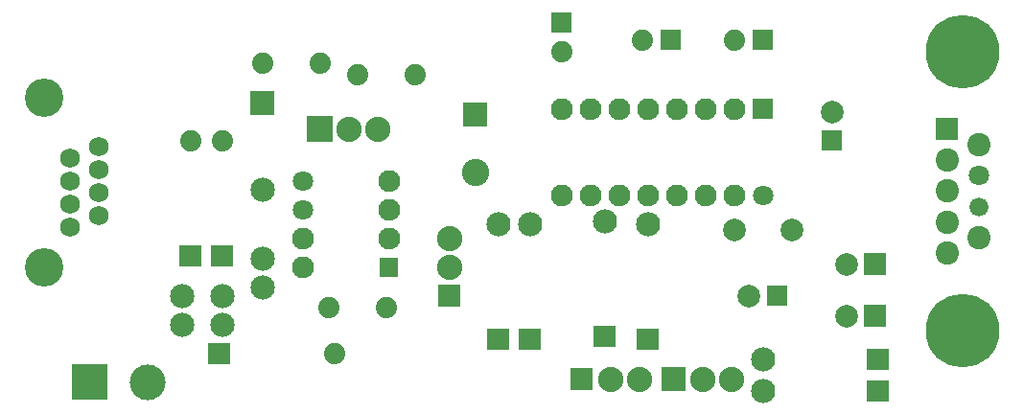
<source format=gbr>
G04 start of page 4 for group -4063 idx -4063
G04 Title: (unknown), componentmask *
G04 Creator: pcb 20080202 *
G04 CreationDate: Mi 16 Sep 2009 19:53:06 GMT UTC *
G04 For: stettberger *
G04 Format: Gerber/RS-274X *
G04 PCB-Dimensions: 382677 150394 *
G04 PCB-Coordinate-Origin: lower left *
%MOIN*%
%FSLAX24Y24*%
%LNFRONTMASK*%
%ADD12C,0.0200*%
%ADD39C,0.2560*%
%ADD40C,0.0810*%
%ADD41C,0.0710*%
%ADD42C,0.0660*%
%ADD43C,0.0740*%
%ADD44C,0.0760*%
%ADD45C,0.0790*%
%ADD46C,0.0880*%
%ADD47C,0.0840*%
%ADD48C,0.1241*%
%ADD49C,0.0847*%
%ADD50C,0.1339*%
%ADD51C,0.0947*%
%ADD52C,0.0690*%
G54D12*G36*
X31230Y1509D02*Y769D01*
X31970D01*
Y1509D01*
X31230D01*
G37*
G36*
X31105Y4134D02*Y3344D01*
X31895D01*
Y4134D01*
X31105D01*
G37*
G36*
Y5934D02*Y5144D01*
X31895D01*
Y5934D01*
X31105D01*
G37*
G36*
X31230Y2609D02*Y1869D01*
X31970D01*
Y2609D01*
X31230D01*
G37*
G54D39*X34560Y3219D03*
G54D12*G36*
X33620Y10619D02*Y9859D01*
X34380D01*
Y10619D01*
X33620D01*
G37*
G54D40*X34000Y9159D03*
X35120Y9699D03*
G54D41*Y8619D03*
G54D39*X34560Y12939D03*
G54D40*X34000Y8079D03*
Y6999D03*
Y5919D03*
G54D42*X35120Y7539D03*
G54D40*Y6459D03*
G54D12*G36*
X24055Y13684D02*Y12994D01*
X24745D01*
Y13684D01*
X24055D01*
G37*
G54D43*X23400Y13339D03*
G54D44*X23600Y10939D03*
X22600D03*
X21600D03*
X20600D03*
Y7939D03*
X21600D03*
X22600D03*
X23600D03*
G54D12*G36*
X20255Y14284D02*Y13594D01*
X20945D01*
Y14284D01*
X20255D01*
G37*
G54D43*X20600Y12939D03*
G54D45*X28600Y6739D03*
G54D12*G36*
X27245Y11294D02*Y10584D01*
X27955D01*
Y11294D01*
X27245D01*
G37*
G54D44*X26600Y10939D03*
X25600D03*
G54D12*G36*
X29655Y10184D02*Y9494D01*
X30345D01*
Y10184D01*
X29655D01*
G37*
G54D45*X30000Y10839D03*
G54D44*X24600Y10939D03*
Y7939D03*
X25600D03*
X26600D03*
G54D41*X27600D03*
G54D12*G36*
X27255Y13684D02*Y12994D01*
X27945D01*
Y13684D01*
X27255D01*
G37*
G54D43*X26600Y13339D03*
G54D12*G36*
X21730Y3409D02*Y2669D01*
X22470D01*
Y3409D01*
X21730D01*
G37*
G54D46*X22300Y1539D03*
X23300D03*
G54D12*G36*
X23230Y3309D02*Y2569D01*
X23970D01*
Y3309D01*
X23230D01*
G37*
G54D47*X22100Y7039D03*
G54D12*G36*
X20910Y1929D02*Y1149D01*
X21690D01*
Y1929D01*
X20910D01*
G37*
G36*
X24085Y1954D02*Y1124D01*
X24915D01*
Y1954D01*
X24085D01*
G37*
G54D46*X25500Y1539D03*
X26500D03*
G54D47*X23600Y6939D03*
G54D45*X26600Y6739D03*
G54D12*G36*
X27755Y4784D02*Y4094D01*
X28445D01*
Y4784D01*
X27755D01*
G37*
G54D45*X27100Y4439D03*
G54D47*X27600Y1139D03*
G54D45*X30500Y3739D03*
Y5539D03*
G54D47*X27600Y2239D03*
G54D12*G36*
X16310Y4829D02*Y4049D01*
X17090D01*
Y4829D01*
X16310D01*
G37*
G54D46*X16700Y5439D03*
G54D12*G36*
X18030Y3309D02*Y2569D01*
X18770D01*
Y3309D01*
X18030D01*
G37*
G36*
X19130D02*Y2569D01*
X19870D01*
Y3309D01*
X19130D01*
G37*
G54D43*X13500Y12139D03*
X12700Y2439D03*
X12500Y4039D03*
G54D46*X16700Y6439D03*
G54D12*G36*
X14270Y5769D02*Y5109D01*
X14930D01*
Y5769D01*
X14270D01*
G37*
G54D44*X14600Y6439D03*
Y7439D03*
Y8439D03*
G54D43*X14500Y4039D03*
G54D12*G36*
X11760Y10679D02*Y9799D01*
X12640D01*
Y10679D01*
X11760D01*
G37*
G36*
X9776Y11563D02*Y10715D01*
X10623D01*
Y11563D01*
X9776D01*
G37*
G54D41*X11600Y8439D03*
G54D43*X12200Y12539D03*
X10200D03*
G54D12*G36*
X3579Y2060D02*Y818D01*
X4820D01*
Y2060D01*
X3579D01*
G37*
G54D48*X6200Y1439D03*
G54D44*X11600Y5439D03*
G54D49*X10200Y4739D03*
G54D12*G36*
X8330Y2809D02*Y2069D01*
X9070D01*
Y2809D01*
X8330D01*
G37*
G54D49*X8800Y4439D03*
Y3439D03*
X7400D03*
Y4439D03*
G54D50*X2600Y5439D03*
G54D46*X13200Y10239D03*
X14200D03*
G54D12*G36*
X17176Y11163D02*Y10315D01*
X18023D01*
Y11163D01*
X17176D01*
G37*
G54D43*X15500Y12139D03*
G54D47*X18400Y6939D03*
G54D51*X17600Y8739D03*
G54D47*X19500Y6939D03*
G54D41*X11600Y7439D03*
G54D44*Y6439D03*
G54D12*G36*
X7330Y6209D02*Y5469D01*
X8070D01*
Y6209D01*
X7330D01*
G37*
G54D43*X7700Y9839D03*
G54D49*X10200Y8139D03*
G54D12*G36*
X8430Y6209D02*Y5469D01*
X9170D01*
Y6209D01*
X8430D01*
G37*
G54D43*X8800Y9839D03*
G54D49*X10200Y5739D03*
G54D52*X3500Y8439D03*
X4500Y9639D03*
X3500Y9239D03*
X4500Y8839D03*
G54D50*X2600Y11339D03*
G54D52*X4500Y7239D03*
Y8039D03*
X3500Y7639D03*
Y6839D03*
M02*

</source>
